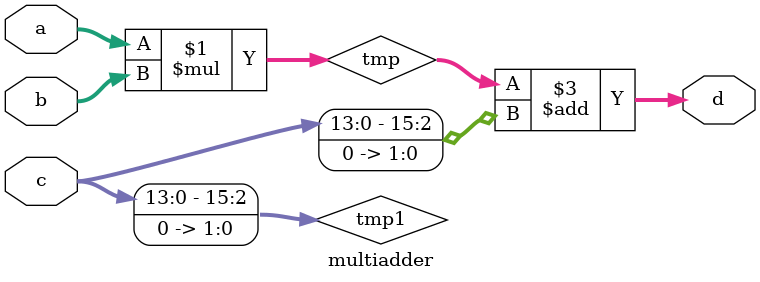
<source format=v>
`timescale 1ns/1ns

module multiadder(a,b,c,d);
input 	[7:0]  a,b;
input 	[15:0] c;
output  [15:0] d;
wire 	[15:0] d;
wire 	[15:0] tmp,tmp1;

assign tmp  = a * b;
assign tmp1 = c << 2 ;
assign d    = tmp + tmp1;

endmodule

</source>
